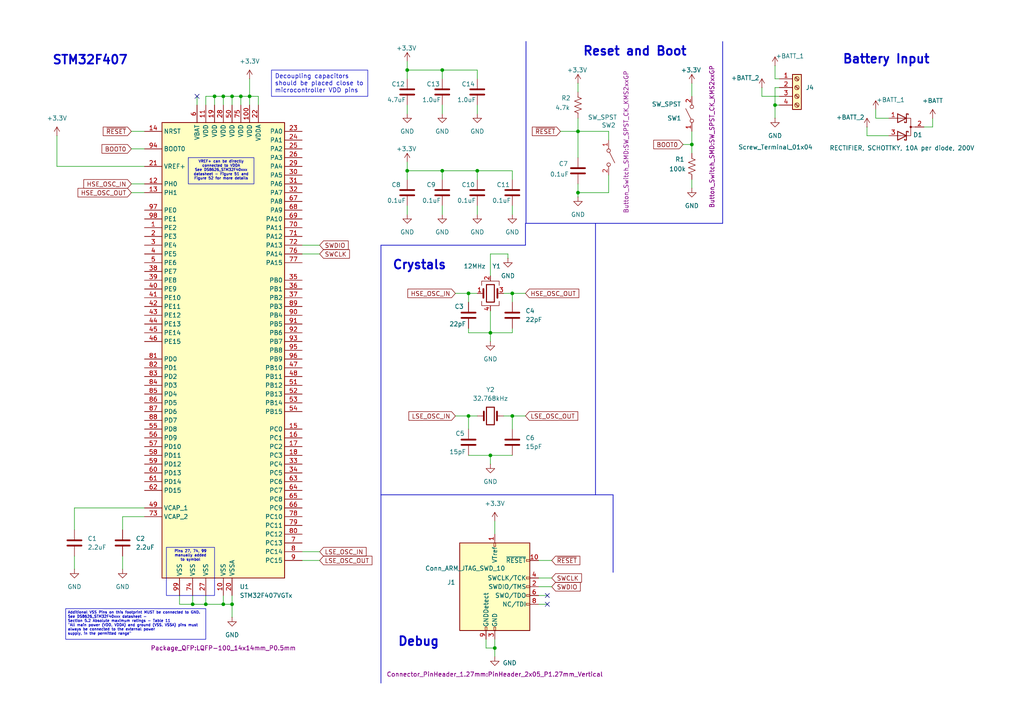
<source format=kicad_sch>
(kicad_sch (version 20231120) (generator "eeschema") (generator_version "8.0")
  (paper "A4")
  (lib_symbols
    (symbol "Connector:Conn_ARM_JTAG_SWD_10" (pin_names (offset 1.016))
      (property "Reference" "J" (at -2.54 16.51 0))
      (property "Value" "Conn_ARM_JTAG_SWD_10" (at -2.54 13.97 0))
      (symbol "Conn_ARM_JTAG_SWD_10_0_1"
        (rectangle (start -10.16 12.7) (end 10.16 -12.7) (stroke (width 0.254)) (fill (type background)))
        (rectangle (start -2.794 -12.7) (end -2.286 -11.684))
        (rectangle (start -0.254 -12.7) (end 0.254 -11.684))
        (rectangle (start -0.254 12.7) (end 0.254 11.684))
        (rectangle (start 9.144 2.286) (end 10.16 2.794))
        (rectangle (start 10.16 -2.794) (end 9.144 -2.286))
        (rectangle (start 10.16 -0.254) (end 9.144 0.254))
        (rectangle (start 10.16 7.874) (end 9.144 7.366))
      )
      (symbol "Conn_ARM_JTAG_SWD_10_1_1"
        (rectangle (start 9.144 -5.334) (end 10.16 -4.826))
        (pin power_in line (at 0 15.24 270) (length 2.54) (name "VTref") (number "1"))
        (pin open_collector line (at 12.7 7.62 180) (length 2.54) (name "~{RESET}") (number "10"))
        (pin bidirectional line (at 12.7 0 180) (length 2.54) (name "SWDIO/TMS") (number "2"))
        (pin power_in line (at 0 -15.24 90) (length 2.54) (name "GND") (number "3"))
        (pin output line (at 12.7 2.54 180) (length 2.54) (name "SWCLK/TCK") (number "4"))
        (pin passive line (at 0 -15.24 90) (length 2.54) hide (name "GND") (number "5"))
        (pin input line (at 12.7 -2.54 180) (length 2.54) (name "SWO/TDO") (number "6"))
        (pin no_connect line (at -10.16 0 0) (length 2.54) hide (name "KEY") (number "7"))
        (pin output line (at 12.7 -5.08 180) (length 2.54) (name "NC/TDI") (number "8"))
        (pin passive line (at -2.54 -15.24 90) (length 2.54) (name "GNDDetect") (number "9"))
      )
    )
    (symbol "Connector:Screw_Terminal_01x04" (pin_names (offset 1.016) hide)
      (property "Reference" "J" (at 0 5.08 0))
      (property "Value" "Screw_Terminal_01x04" (at 0 -7.62 0))
      (symbol "Screw_Terminal_01x04_1_1"
        (rectangle (start -1.27 3.81) (end 1.27 -6.35) (stroke (width 0.254)) (fill (type background)))
        (circle (center 0 -5.08) (radius 0.635) (stroke (width 0.1524)))
        (circle (center 0 -2.54) (radius 0.635) (stroke (width 0.1524)))
        (polyline (pts (xy -0.5334 -4.7498) (xy 0.3302 -5.588)) (stroke (width 0.1524)))
        (polyline (pts (xy -0.5334 -2.2098) (xy 0.3302 -3.048)) (stroke (width 0.1524)))
        (polyline (pts (xy -0.5334 0.3302) (xy 0.3302 -0.508)) (stroke (width 0.1524)))
        (polyline (pts (xy -0.5334 2.8702) (xy 0.3302 2.032)) (stroke (width 0.1524)))
        (polyline (pts (xy -0.3556 -4.572) (xy 0.508 -5.4102)) (stroke (width 0.1524)))
        (polyline (pts (xy -0.3556 -2.032) (xy 0.508 -2.8702)) (stroke (width 0.1524)))
        (polyline (pts (xy -0.3556 0.508) (xy 0.508 -0.3302)) (stroke (width 0.1524)))
        (polyline (pts (xy -0.3556 3.048) (xy 0.508 2.2098)) (stroke (width 0.1524)))
        (circle (center 0 0) (radius 0.635) (stroke (width 0.1524)))
        (circle (center 0 2.54) (radius 0.635) (stroke (width 0.1524)))
        (pin passive line (at -5.08 2.54 0) (length 3.81) (name "Pin_1") (number "1"))
        (pin passive line (at -5.08 0 0) (length 3.81) (name "Pin_2") (number "2"))
        (pin passive line (at -5.08 -2.54 0) (length 3.81) (name "Pin_3") (number "3"))
        (pin passive line (at -5.08 -5.08 0) (length 3.81) (name "Pin_4") (number "4"))
      )
    )
    (symbol "Device:C" (pin_numbers hide) (pin_names (offset 0.254))
      (property "Reference" "C" (at 0.635 2.54 0))
      (property "Value" "C" (at 0.635 -2.54 0))
      (symbol "C_0_1"
        (polyline (pts (xy -2.032 -0.762) (xy 2.032 -0.762)) (stroke (width 0.508)))
        (polyline (pts (xy -2.032 0.762) (xy 2.032 0.762)) (stroke (width 0.508)))
      )
      (symbol "C_1_1"
        (pin passive line (at 0 3.81 270) (length 2.794) (name "~") (number "1"))
        (pin passive line (at 0 -3.81 90) (length 2.794) (name "~") (number "2"))
      )
    )
    (symbol "Device:Crystal" (pin_numbers hide) (pin_names (offset 1.016) hide)
      (property "Reference" "Y" (at 0 3.81 0))
      (property "Value" "Crystal" (at 0 -3.81 0))
      (symbol "Crystal_0_1"
        (rectangle (start -1.143 2.54) (end 1.143 -2.54) (stroke (width 0.3048)))
        (polyline (pts (xy -2.54 0) (xy -1.905 0)))
        (polyline (pts (xy -1.905 -1.27) (xy -1.905 1.27)) (stroke (width 0.508)))
        (polyline (pts (xy 1.905 -1.27) (xy 1.905 1.27)) (stroke (width 0.508)))
        (polyline (pts (xy 2.54 0) (xy 1.905 0)))
      )
      (symbol "Crystal_1_1"
        (pin passive line (at -3.81 0 0) (length 1.27) (name "1") (number "1"))
        (pin passive line (at 3.81 0 180) (length 1.27) (name "2") (number "2"))
      )
    )
    (symbol "Device:Crystal_GND24" (pin_names (offset 1.016) hide)
      (property "Reference" "Y" (at 3.175 5.08 0))
      (property "Value" "Crystal_GND24" (at 3.175 3.175 0))
      (symbol "Crystal_GND24_0_1"
        (rectangle (start -1.143 2.54) (end 1.143 -2.54) (stroke (width 0.3048)))
        (polyline (pts (xy -2.54 0) (xy -2.032 0)))
        (polyline (pts (xy -2.032 -1.27) (xy -2.032 1.27)) (stroke (width 0.508)))
        (polyline (pts (xy 0 -3.81) (xy 0 -3.556)))
        (polyline (pts (xy 0 3.556) (xy 0 3.81)))
        (polyline (pts (xy 2.032 -1.27) (xy 2.032 1.27)) (stroke (width 0.508)))
        (polyline (pts (xy 2.032 0) (xy 2.54 0)))
        (polyline (pts (xy -2.54 -2.286) (xy -2.54 -3.556) (xy 2.54 -3.556) (xy 2.54 -2.286)))
        (polyline (pts (xy -2.54 2.286) (xy -2.54 3.556) (xy 2.54 3.556) (xy 2.54 2.286)))
      )
      (symbol "Crystal_GND24_1_1"
        (pin passive line (at -3.81 0 0) (length 1.27) (name "1") (number "1"))
        (pin passive line (at 0 5.08 270) (length 1.27) (name "2") (number "2"))
        (pin passive line (at 3.81 0 180) (length 1.27) (name "3") (number "3"))
        (pin passive line (at 0 -5.08 90) (length 1.27) (name "4") (number "4"))
      )
    )
    (symbol "Device:D_Schottky_Dual_CommonCathode_AKA_Parallel" (pin_names (offset 0.762) hide)
      (property "Reference" "D" (at 0 5.08 0))
      (property "Value" "D_Schottky_Dual_CommonCathode_AKA_Parallel" (at 0 -5.08 0))
      (symbol "D_Schottky_Dual_CommonCathode_AKA_Parallel_0_1"
        (polyline (pts (xy 1.27 0) (xy 2.54 0)))
        (polyline (pts (xy -2.54 -2.54) (xy 1.27 -2.54) (xy 1.27 2.54) (xy -2.54 2.54)))
        (polyline (pts (xy -2.54 -1.27) (xy 0 -2.54) (xy -2.54 -3.81) (xy -2.54 -1.27) (xy -2.54 -1.27) (xy -2.54 -1.27)) (stroke (width 0.254)))
        (polyline (pts (xy -2.54 3.81) (xy 0 2.54) (xy -2.54 1.27) (xy -2.54 3.81) (xy -2.54 3.81) (xy -2.54 3.81)) (stroke (width 0.254)))
        (polyline (pts (xy 0.508 -1.524) (xy 0.508 -1.27) (xy 0 -1.27) (xy 0 -3.81) (xy -0.508 -3.81) (xy -0.508 -3.556)) (stroke (width 0.254)))
        (polyline (pts (xy 0.508 3.556) (xy 0.508 3.81) (xy 0 3.81) (xy 0 1.27) (xy -0.508 1.27) (xy -0.508 1.524)) (stroke (width 0.254)))
        (circle (center 1.27 0) (radius 0.254) (fill (type outline)))
        (pin passive line (at -5.08 2.54 0) (length 2.54) (name "A") (number "1"))
        (pin passive line (at 5.08 0 180) (length 2.54) (name "K") (number "2"))
        (pin passive line (at -5.08 -2.54 0) (length 2.54) (name "A") (number "3"))
      )
    )
    (symbol "Device:R_US" (pin_numbers hide) (pin_names (offset 0))
      (property "Reference" "R" (at 2.54 0 90))
      (property "Value" "R_US" (at -2.54 0 90))
      (symbol "R_US_0_1"
        (polyline (pts (xy 0 -2.286) (xy 0 -2.54)))
        (polyline (pts (xy 0 2.286) (xy 0 2.54)))
        (polyline (pts (xy 0 -0.762) (xy 1.016 -1.143) (xy 0 -1.524) (xy -1.016 -1.905) (xy 0 -2.286)))
        (polyline (pts (xy 0 0.762) (xy 1.016 0.381) (xy 0 0) (xy -1.016 -0.381) (xy 0 -0.762)))
        (polyline (pts (xy 0 2.286) (xy 1.016 1.905) (xy 0 1.524) (xy -1.016 1.143) (xy 0 0.762)))
      )
      (symbol "R_US_1_1"
        (pin passive line (at 0 3.81 270) (length 1.27) (name "~") (number "1"))
        (pin passive line (at 0 -3.81 90) (length 1.27) (name "~") (number "2"))
      )
    )
    (symbol "MCU_ST_STM32F4:STM32F407VGTx"
      (property "Reference" "U1" (at 4.7341 -68.58 0))
      (property "Value" "STM32F407VGTx" (at 4.7341 -71.12 0))
      (property "Footprint" "Package_QFP:LQFP-100_14x14mm_P0.5mm" (at 0 -86.36 0))
      (symbol "STM32F407VGTx_0_1"
        (rectangle (start -17.78 66.04) (end 17.78 -66.04) (stroke (width 0.254)) (fill (type background)))
      )
      (symbol "STM32F407VGTx_1_1"
        (pin bidirectional line (at -22.86 35.56 0) (length 5.08) (name "PE2") (number "1"))
        (pin power_in line (at 0 -71.12 90) (length 5.08) (name "VSS") (number "10"))
        (pin power_in line (at 7.62 71.12 270) (length 5.08) (name "VDD") (number "100"))
        (pin power_in line (at -5.08 71.12 270) (length 5.08) (name "VDD") (number "11"))
        (pin bidirectional line (at -22.86 48.26 0) (length 5.08) (name "PH0") (number "12"))
        (pin bidirectional line (at -22.86 45.72 0) (length 5.08) (name "PH1") (number "13"))
        (pin input line (at -22.86 63.5 0) (length 5.08) (name "NRST") (number "14"))
        (pin bidirectional line (at 22.86 -22.86 180) (length 5.08) (name "PC0") (number "15"))
        (pin bidirectional line (at 22.86 -25.4 180) (length 5.08) (name "PC1") (number "16"))
        (pin bidirectional line (at 22.86 -27.94 180) (length 5.08) (name "PC2") (number "17"))
        (pin bidirectional line (at 22.86 -30.48 180) (length 5.08) (name "PC3") (number "18"))
        (pin power_in line (at -2.54 71.12 270) (length 5.08) (name "VDD") (number "19"))
        (pin bidirectional line (at -22.86 33.02 0) (length 5.08) (name "PE3") (number "2"))
        (pin power_in line (at 2.54 -71.12 90) (length 5.08) (name "VSSA") (number "20"))
        (pin input line (at -22.86 53.34 0) (length 5.08) (name "VREF+") (number "21"))
        (pin power_in line (at 10.16 71.12 270) (length 5.08) (name "VDDA") (number "22"))
        (pin bidirectional line (at 22.86 63.5 180) (length 5.08) (name "PA0") (number "23"))
        (pin bidirectional line (at 22.86 60.96 180) (length 5.08) (name "PA1") (number "24"))
        (pin bidirectional line (at 22.86 58.42 180) (length 5.08) (name "PA2") (number "25"))
        (pin bidirectional line (at 22.86 55.88 180) (length 5.08) (name "PA3") (number "26"))
        (pin power_in line (at -5.08 -71.12 90) (length 5.08) (name "VSS") (number "27"))
        (pin power_in line (at 0 71.12 270) (length 5.08) (name "VDD") (number "28"))
        (pin bidirectional line (at 22.86 53.34 180) (length 5.08) (name "PA4") (number "29"))
        (pin bidirectional line (at -22.86 30.48 0) (length 5.08) (name "PE4") (number "3"))
        (pin bidirectional line (at 22.86 50.8 180) (length 5.08) (name "PA5") (number "30"))
        (pin bidirectional line (at 22.86 48.26 180) (length 5.08) (name "PA6") (number "31"))
        (pin bidirectional line (at 22.86 45.72 180) (length 5.08) (name "PA7") (number "32"))
        (pin bidirectional line (at 22.86 -33.02 180) (length 5.08) (name "PC4") (number "33"))
        (pin bidirectional line (at 22.86 -35.56 180) (length 5.08) (name "PC5") (number "34"))
        (pin bidirectional line (at 22.86 20.32 180) (length 5.08) (name "PB0") (number "35"))
        (pin bidirectional line (at 22.86 17.78 180) (length 5.08) (name "PB1") (number "36"))
        (pin bidirectional line (at 22.86 15.24 180) (length 5.08) (name "PB2") (number "37"))
        (pin bidirectional line (at -22.86 22.86 0) (length 5.08) (name "PE7") (number "38"))
        (pin bidirectional line (at -22.86 20.32 0) (length 5.08) (name "PE8") (number "39"))
        (pin bidirectional line (at -22.86 27.94 0) (length 5.08) (name "PE5") (number "4"))
        (pin bidirectional line (at -22.86 17.78 0) (length 5.08) (name "PE9") (number "40"))
        (pin bidirectional line (at -22.86 15.24 0) (length 5.08) (name "PE10") (number "41"))
        (pin bidirectional line (at -22.86 12.7 0) (length 5.08) (name "PE11") (number "42"))
        (pin bidirectional line (at -22.86 10.16 0) (length 5.08) (name "PE12") (number "43"))
        (pin bidirectional line (at -22.86 7.62 0) (length 5.08) (name "PE13") (number "44"))
        (pin bidirectional line (at -22.86 5.08 0) (length 5.08) (name "PE14") (number "45"))
        (pin bidirectional line (at -22.86 2.54 0) (length 5.08) (name "PE15") (number "46"))
        (pin bidirectional line (at 22.86 -5.08 180) (length 5.08) (name "PB10") (number "47"))
        (pin bidirectional line (at 22.86 -7.62 180) (length 5.08) (name "PB11") (number "48"))
        (pin power_out line (at -22.86 -45.72 0) (length 5.08) (name "VCAP_1") (number "49"))
        (pin bidirectional line (at -22.86 25.4 0) (length 5.08) (name "PE6") (number "5"))
        (pin power_in line (at 2.54 71.12 270) (length 5.08) (name "VDD") (number "50"))
        (pin bidirectional line (at 22.86 -10.16 180) (length 5.08) (name "PB12") (number "51"))
        (pin bidirectional line (at 22.86 -12.7 180) (length 5.08) (name "PB13") (number "52"))
        (pin bidirectional line (at 22.86 -15.24 180) (length 5.08) (name "PB14") (number "53"))
        (pin bidirectional line (at 22.86 -17.78 180) (length 5.08) (name "PB15") (number "54"))
        (pin bidirectional line (at -22.86 -22.86 0) (length 5.08) (name "PD8") (number "55"))
        (pin bidirectional line (at -22.86 -25.4 0) (length 5.08) (name "PD9") (number "56"))
        (pin bidirectional line (at -22.86 -27.94 0) (length 5.08) (name "PD10") (number "57"))
        (pin bidirectional line (at -22.86 -30.48 0) (length 5.08) (name "PD11") (number "58"))
        (pin bidirectional line (at -22.86 -33.02 0) (length 5.08) (name "PD12") (number "59"))
        (pin power_in line (at -7.62 71.12 270) (length 5.08) (name "VBAT") (number "6"))
        (pin bidirectional line (at -22.86 -35.56 0) (length 5.08) (name "PD13") (number "60"))
        (pin bidirectional line (at -22.86 -38.1 0) (length 5.08) (name "PD14") (number "61"))
        (pin bidirectional line (at -22.86 -40.64 0) (length 5.08) (name "PD15") (number "62"))
        (pin bidirectional line (at 22.86 -38.1 180) (length 5.08) (name "PC6") (number "63"))
        (pin bidirectional line (at 22.86 -40.64 180) (length 5.08) (name "PC7") (number "64"))
        (pin bidirectional line (at 22.86 -43.18 180) (length 5.08) (name "PC8") (number "65"))
        (pin bidirectional line (at 22.86 -45.72 180) (length 5.08) (name "PC9") (number "66"))
        (pin bidirectional line (at 22.86 43.18 180) (length 5.08) (name "PA8") (number "67"))
        (pin bidirectional line (at 22.86 40.64 180) (length 5.08) (name "PA9") (number "68"))
        (pin bidirectional line (at 22.86 38.1 180) (length 5.08) (name "PA10") (number "69"))
        (pin bidirectional line (at 22.86 -55.88 180) (length 5.08) (name "PC13") (number "7"))
        (pin bidirectional line (at 22.86 35.56 180) (length 5.08) (name "PA11") (number "70"))
        (pin bidirectional line (at 22.86 33.02 180) (length 5.08) (name "PA12") (number "71"))
        (pin bidirectional line (at 22.86 30.48 180) (length 5.08) (name "PA13") (number "72"))
        (pin power_out line (at -22.86 -48.26 0) (length 5.08) (name "VCAP_2") (number "73"))
        (pin power_in line (at -8.89 -71.12 90) (length 5.08) (name "VSS") (number "74"))
        (pin power_in line (at 5.08 71.12 270) (length 5.08) (name "VDD") (number "75"))
        (pin bidirectional line (at 22.86 27.94 180) (length 5.08) (name "PA14") (number "76"))
        (pin bidirectional line (at 22.86 25.4 180) (length 5.08) (name "PA15") (number "77"))
        (pin bidirectional line (at 22.86 -48.26 180) (length 5.08) (name "PC10") (number "78"))
        (pin bidirectional line (at 22.86 -50.8 180) (length 5.08) (name "PC11") (number "79"))
        (pin bidirectional line (at 22.86 -58.42 180) (length 5.08) (name "PC14") (number "8"))
        (pin bidirectional line (at 22.86 -53.34 180) (length 5.08) (name "PC12") (number "80"))
        (pin bidirectional line (at -22.86 -2.54 0) (length 5.08) (name "PD0") (number "81"))
        (pin bidirectional line (at -22.86 -5.08 0) (length 5.08) (name "PD1") (number "82"))
        (pin bidirectional line (at -22.86 -7.62 0) (length 5.08) (name "PD2") (number "83"))
        (pin bidirectional line (at -22.86 -10.16 0) (length 5.08) (name "PD3") (number "84"))
        (pin bidirectional line (at -22.86 -12.7 0) (length 5.08) (name "PD4") (number "85"))
        (pin bidirectional line (at -22.86 -15.24 0) (length 5.08) (name "PD5") (number "86"))
        (pin bidirectional line (at -22.86 -17.78 0) (length 5.08) (name "PD6") (number "87"))
        (pin bidirectional line (at -22.86 -20.32 0) (length 5.08) (name "PD7") (number "88"))
        (pin bidirectional line (at 22.86 12.7 180) (length 5.08) (name "PB3") (number "89"))
        (pin bidirectional line (at 22.86 -60.96 180) (length 5.08) (name "PC15") (number "9"))
        (pin bidirectional line (at 22.86 10.16 180) (length 5.08) (name "PB4") (number "90"))
        (pin bidirectional line (at 22.86 7.62 180) (length 5.08) (name "PB5") (number "91"))
        (pin bidirectional line (at 22.86 5.08 180) (length 5.08) (name "PB6") (number "92"))
        (pin bidirectional line (at 22.86 2.54 180) (length 5.08) (name "PB7") (number "93"))
        (pin input line (at -22.86 58.42 0) (length 5.08) (name "BOOT0") (number "94"))
        (pin bidirectional line (at 22.86 0 180) (length 5.08) (name "PB8") (number "95"))
        (pin bidirectional line (at 22.86 -2.54 180) (length 5.08) (name "PB9") (number "96"))
        (pin bidirectional line (at -22.86 40.64 0) (length 5.08) (name "PE0") (number "97"))
        (pin bidirectional line (at -22.86 38.1 0) (length 5.08) (name "PE1") (number "98"))
        (pin power_in line (at -12.7 -71.12 90) (length 5.08) (name "VSS") (number "99"))
      )
    )
    (symbol "Switch:SW_SPST" (pin_names (offset 0) hide)
      (property "Reference" "SW" (at 0 3.175 0))
      (property "Value" "SW_SPST" (at 0 -2.54 0))
      (symbol "SW_SPST_0_0"
        (circle (center -2.032 0) (radius 0.508))
        (polyline (pts (xy -1.524 0.254) (xy 1.524 1.778)))
        (circle (center 2.032 0) (radius 0.508))
      )
      (symbol "SW_SPST_1_1"
        (pin passive line (at -5.08 0 0) (length 2.54) (name "A") (number "1"))
        (pin passive line (at 5.08 0 180) (length 2.54) (name "B") (number "2"))
      )
    )
    (symbol "power:+3.3V" (power) (pin_numbers hide) (pin_names (offset 0) hide)
      (property "Value" "+3.3V" (at 0 3.556 0))
      (symbol "+3.3V_0_1"
        (polyline (pts (xy -0.762 1.27) (xy 0 2.54)))
        (polyline (pts (xy 0 0) (xy 0 2.54)))
        (polyline (pts (xy 0 2.54) (xy 0.762 1.27)))
      )
      (symbol "+3.3V_1_1"
        (pin power_in line (at 0 0 90) (length 0) (name "~") (number "1"))
      )
    )
    (symbol "power:+BATT" (power) (pin_numbers hide) (pin_names (offset 0) hide)
      (property "Value" "+BATT" (at 0 3.556 0))
      (symbol "+BATT_0_1"
        (polyline (pts (xy -0.762 1.27) (xy 0 2.54)))
        (polyline (pts (xy 0 0) (xy 0 2.54)))
        (polyline (pts (xy 0 2.54) (xy 0.762 1.27)))
      )
      (symbol "+BATT_1_1"
        (pin power_in line (at 0 0 90) (length 0) (name "~") (number "1"))
      )
    )
    (symbol "power:GND" (power) (pin_numbers hide) (pin_names (offset 0) hide)
      (property "Value" "GND" (at 0 -3.81 0))
      (symbol "GND_0_1"
        (polyline (pts (xy 0 0) (xy 0 -1.27) (xy 1.27 -1.27) (xy 0 -2.54) (xy -1.27 -1.27) (xy 0 -1.27)))
      )
      (symbol "GND_1_1"
        (pin power_in line (at 0 0 270) (length 0) (name "~") (number "1"))
      )
    )
  )
  (junction (at 167.64 55.88))
  (junction (at 55.88 175.26))
  (junction (at 72.39 27.94))
  (junction (at 64.77 175.26))
  (junction (at 69.85 27.94))
  (junction (at 135.89 120.65))
  (junction (at 167.64 38.1))
  (junction (at 128.27 20.32))
  (junction (at 143.51 187.96))
  (junction (at 118.11 20.32))
  (junction (at 67.31 27.94))
  (junction (at 64.77 27.94))
  (junction (at 142.24 132.08))
  (junction (at 148.59 85.09))
  (junction (at 200.66 41.91))
  (junction (at 118.11 49.53))
  (junction (at 148.59 120.65))
  (junction (at 138.43 49.53))
  (junction (at 67.31 175.26))
  (junction (at 135.89 85.09))
  (junction (at 224.79 30.48))
  (junction (at 128.27 49.53))
  (junction (at 142.24 96.52))
  (junction (at 59.69 175.26))
  (junction (at 62.23 27.94))
  (no_connect (at 158.75 172.72))
  (no_connect (at 57.15 27.94))
  (no_connect (at 158.75 175.26))
  (wire (pts (xy 128.27 49.53) (xy 138.43 49.53)))
  (wire (pts (xy 72.39 22.86) (xy 72.39 27.94)))
  (wire (pts (xy 156.21 172.72) (xy 158.75 172.72)))
  (wire (pts (xy 220.98 27.94) (xy 220.98 25.4)))
  (wire (pts (xy 35.56 161.29) (xy 35.56 165.1)))
  (wire (pts (xy 138.43 30.48) (xy 138.43 33.02)))
  (wire (pts (xy 176.53 38.1) (xy 176.53 40.64)))
  (wire (pts (xy 167.64 55.88) (xy 176.53 55.88)))
  (wire (pts (xy 140.97 187.96) (xy 143.51 187.96)))
  (wire (pts (xy 142.24 90.17) (xy 142.24 96.52)))
  (wire (pts (xy 135.89 85.09) (xy 138.43 85.09)))
  (wire (pts (xy 128.27 20.32) (xy 118.11 20.32)))
  (polyline (pts (xy 177.829 143.51) (xy 110.49 143.51)) (stroke (width 0.2032)))
  (wire (pts (xy 226.06 27.94) (xy 220.98 27.94)))
  (wire (pts (xy 138.43 52.07) (xy 138.43 49.53)))
  (wire (pts (xy 143.51 187.96) (xy 143.51 190.5)))
  (wire (pts (xy 176.53 50.8) (xy 176.53 55.88)))
  (wire (pts (xy 128.27 20.32) (xy 138.43 20.32)))
  (wire (pts (xy 224.79 30.48) (xy 226.06 30.48)))
  (wire (pts (xy 140.97 185.42) (xy 140.97 187.96)))
  (wire (pts (xy 135.89 85.09) (xy 135.89 87.63)))
  (polyline (pts (xy 177.829 166.0021) (xy 177.829 143.51)) (stroke (width 0.2032)))
  (wire (pts (xy 118.11 46.99) (xy 118.11 49.53)))
  (wire (pts (xy 64.77 172.72) (xy 64.77 175.26)))
  (polyline (pts (xy 172.72 64.77) (xy 172.72 143.51)) (stroke (width 0.2032)))
  (wire (pts (xy 72.39 27.94) (xy 72.39 30.48)))
  (wire (pts (xy 270.51 36.83) (xy 270.51 34.29)))
  (wire (pts (xy 156.21 175.26) (xy 158.75 175.26)))
  (wire (pts (xy 52.07 172.72) (xy 52.07 175.26)))
  (polyline (pts (xy 209.608 64.77) (xy 209.608 12.0543)) (stroke (width 0.2032)))
  (wire (pts (xy 118.11 59.69) (xy 118.11 62.23)))
  (polyline (pts (xy 110.49 71.12) (xy 152.4 71.12)) (stroke (width 0.2032)))
  (wire (pts (xy 156.21 167.64) (xy 160.02 167.64)))
  (wire (pts (xy 135.89 96.52) (xy 142.24 96.52)))
  (wire (pts (xy 72.39 27.94) (xy 74.93 27.94)))
  (wire (pts (xy 142.24 73.66) (xy 142.24 80.01)))
  (wire (pts (xy 132.08 120.65) (xy 135.89 120.65)))
  (wire (pts (xy 226.06 22.86) (xy 224.79 22.86)))
  (wire (pts (xy 200.66 52.07) (xy 200.66 54.61)))
  (wire (pts (xy 156.21 162.56) (xy 160.02 162.56)))
  (wire (pts (xy 67.31 27.94) (xy 69.85 27.94)))
  (wire (pts (xy 64.77 27.94) (xy 67.31 27.94)))
  (wire (pts (xy 87.63 160.02) (xy 92.71 160.02)))
  (wire (pts (xy 132.08 85.09) (xy 135.89 85.09)))
  (wire (pts (xy 52.07 175.26) (xy 55.88 175.26)))
  (wire (pts (xy 148.59 85.09) (xy 152.4 85.09)))
  (wire (pts (xy 38.1 55.88) (xy 41.91 55.88)))
  (wire (pts (xy 55.88 172.72) (xy 55.88 175.26)))
  (wire (pts (xy 224.79 25.4) (xy 224.79 30.48)))
  (wire (pts (xy 254 34.29) (xy 254 31.75)))
  (wire (pts (xy 59.69 175.26) (xy 64.77 175.26)))
  (wire (pts (xy 67.31 172.72) (xy 67.31 175.26)))
  (wire (pts (xy 87.63 71.12) (xy 92.71 71.12)))
  (wire (pts (xy 38.1 38.1) (xy 41.91 38.1)))
  (polyline (pts (xy 152.5633 12.0214) (xy 152.5633 64.77)) (stroke (width 0.2032)))
  (wire (pts (xy 156.21 170.18) (xy 160.02 170.18)))
  (wire (pts (xy 224.79 30.48) (xy 224.79 34.29)))
  (wire (pts (xy 87.63 162.56) (xy 92.71 162.56)))
  (wire (pts (xy 146.05 120.65) (xy 148.59 120.65)))
  (wire (pts (xy 146.05 85.09) (xy 148.59 85.09)))
  (wire (pts (xy 21.59 161.29) (xy 21.59 165.1)))
  (wire (pts (xy 251.46 39.37) (xy 251.46 36.83)))
  (wire (pts (xy 118.11 20.32) (xy 118.11 22.86)))
  (wire (pts (xy 87.63 73.66) (xy 92.71 73.66)))
  (wire (pts (xy 55.88 175.26) (xy 59.69 175.26)))
  (wire (pts (xy 267.97 36.83) (xy 270.51 36.83)))
  (wire (pts (xy 118.11 17.78) (xy 118.11 20.32)))
  (wire (pts (xy 57.15 27.94) (xy 57.15 30.48)))
  (wire (pts (xy 128.27 59.69) (xy 128.27 62.23)))
  (wire (pts (xy 147.32 73.66) (xy 147.32 74.93)))
  (wire (pts (xy 148.59 120.65) (xy 152.4 120.65)))
  (polyline (pts (xy 152.4 64.77) (xy 152.4 71.12)) (stroke (width 0.2032)))
  (wire (pts (xy 167.64 24.13) (xy 167.64 26.67)))
  (wire (pts (xy 128.27 20.32) (xy 128.27 22.86)))
  (wire (pts (xy 135.89 132.08) (xy 142.24 132.08)))
  (wire (pts (xy 148.59 120.65) (xy 148.59 124.46)))
  (wire (pts (xy 38.1 43.18) (xy 41.91 43.18)))
  (wire (pts (xy 257.81 39.37) (xy 251.46 39.37)))
  (polyline (pts (xy 110.49 143.51) (xy 110.49 71.12)) (stroke (width 0.2032)))
  (wire (pts (xy 200.66 24.13) (xy 200.66 27.94)))
  (wire (pts (xy 59.69 27.94) (xy 62.23 27.94)))
  (wire (pts (xy 142.24 96.52) (xy 142.24 99.06)))
  (wire (pts (xy 226.06 25.4) (xy 224.79 25.4)))
  (wire (pts (xy 62.23 27.94) (xy 64.77 27.94)))
  (polyline (pts (xy 110.49 143.51) (xy 110.49 198.12)) (stroke (width 0.2032)))
  (wire (pts (xy 142.24 132.08) (xy 142.24 134.62)))
  (wire (pts (xy 38.1 53.34) (xy 41.91 53.34)))
  (wire (pts (xy 167.64 34.29) (xy 167.64 38.1)))
  (wire (pts (xy 16.51 48.26) (xy 41.91 48.26)))
  (wire (pts (xy 148.59 85.09) (xy 148.59 87.63)))
  (wire (pts (xy 128.27 30.48) (xy 128.27 33.02)))
  (wire (pts (xy 21.59 147.32) (xy 41.91 147.32)))
  (wire (pts (xy 167.64 38.1) (xy 167.64 45.72)))
  (wire (pts (xy 224.79 22.86) (xy 224.79 19.05)))
  (wire (pts (xy 148.59 52.07) (xy 148.59 49.53)))
  (wire (pts (xy 64.77 175.26) (xy 67.31 175.26)))
  (wire (pts (xy 16.51 39.37) (xy 16.51 48.26)))
  (wire (pts (xy 167.64 53.34) (xy 167.64 55.88)))
  (wire (pts (xy 143.51 185.42) (xy 143.51 187.96)))
  (wire (pts (xy 167.64 55.88) (xy 167.64 57.15)))
  (wire (pts (xy 162.56 38.1) (xy 167.64 38.1)))
  (wire (pts (xy 128.27 49.53) (xy 128.27 52.07)))
  (wire (pts (xy 135.89 120.65) (xy 135.89 124.46)))
  (wire (pts (xy 128.27 49.53) (xy 118.11 49.53)))
  (wire (pts (xy 35.56 149.86) (xy 35.56 153.67)))
  (wire (pts (xy 257.81 34.29) (xy 254 34.29)))
  (wire (pts (xy 138.43 59.69) (xy 138.43 62.23)))
  (wire (pts (xy 135.89 95.25) (xy 135.89 96.52)))
  (wire (pts (xy 59.69 27.94) (xy 59.69 30.48)))
  (wire (pts (xy 74.93 27.94) (xy 74.93 30.48)))
  (wire (pts (xy 198.12 41.91) (xy 200.66 41.91)))
  (wire (pts (xy 148.59 59.69) (xy 148.59 62.23)))
  (wire (pts (xy 64.77 27.94) (xy 64.77 30.48)))
  (wire (pts (xy 200.66 38.1) (xy 200.66 41.91)))
  (wire (pts (xy 69.85 27.94) (xy 69.85 30.48)))
  (wire (pts (xy 35.56 149.86) (xy 41.91 149.86)))
  (wire (pts (xy 200.66 41.91) (xy 200.66 44.45)))
  (wire (pts (xy 143.51 151.13) (xy 143.51 154.94)))
  (wire (pts (xy 148.59 95.25) (xy 148.59 96.52)))
  (wire (pts (xy 21.59 147.32) (xy 21.59 153.67)))
  (wire (pts (xy 118.11 49.53) (xy 118.11 52.07)))
  (wire (pts (xy 118.11 30.48) (xy 118.11 33.02)))
  (wire (pts (xy 135.89 120.65) (xy 138.43 120.65)))
  (wire (pts (xy 59.69 172.72) (xy 59.69 175.26)))
  (wire (pts (xy 138.43 22.86) (xy 138.43 20.32)))
  (wire (pts (xy 69.85 27.94) (xy 72.39 27.94)))
  (wire (pts (xy 62.23 27.94) (xy 62.23 30.48)))
  (wire (pts (xy 67.31 27.94) (xy 67.31 30.48)))
  (polyline (pts (xy 152.5633 64.77) (xy 209.608 64.77)) (stroke (width 0.2032)))
  (wire (pts (xy 142.24 132.08) (xy 148.59 132.08)))
  (wire (pts (xy 67.31 175.26) (xy 67.31 179.07)))
  (wire (pts (xy 142.24 73.66) (xy 147.32 73.66)))
  (wire (pts (xy 142.24 96.52) (xy 148.59 96.52)))
  (wire (pts (xy 167.64 38.1) (xy 176.53 38.1)))
  (wire (pts (xy 138.43 49.53) (xy 148.59 49.53)))
  (text_box "VREF+ can be directly \nconnected to VDDA\nSee DS8626_STM32F40xxx \ndatasheet - Figure 51 and \nFigure 52 for more details" (at 54.61 45.72 0) (size 19.05 7.62) (effects (font (size 0.762 0.762)) (justify top)))
  (text_box "Additional VSS Pins on this footprint MUST be connected to GND.\nSee DS8626_STM32F40xxx datasheet - \nSection 5.2 Absolute maximum ratings - Table 11\n\"All main power (VDD, VDDA) and ground (VSS, VSSA) pins must \nalways be connected to the external power\nsupply, in the permitted range\"" (at 19.05 176.53 0) (size 40.64 8.89) (effects (font (size 0.762 0.762)) (justify left top)))
  (text_box "Pins 27, 74, 99 \nmanually added \nto symbol" (at 48.26 158.75 0) (size 13.97 13.97) (effects (font (size 0.762 0.762)) (justify top)))
  (text_box "Decoupling capacitors should be placed close to microcontroller VDD pins" (at 78.74 20.32 0) (size 27.94 7.62) (effects (font (size 1.27 1.27)) (justify left top)))
  (text "STM32F407" (at 26.162 17.526 0) (effects (font (size 2.54 2.54) (thickness 0.508) (bold yes))))
  (text "Debug" (at 121.412 186.182 0) (effects (font (size 2.54 2.54) (thickness 0.508) (bold yes))))
  (text "Reset and Boot" (at 184.15 14.986 0) (effects (font (size 2.54 2.54) (thickness 0.508) (bold yes))))
  (text "Crystals" (at 121.666 76.962 0) (effects (font (size 2.54 2.54) (thickness 0.508) (bold yes))))
  (text "Battery Input" (at 257.048 17.272 0) (effects (font (size 2.54 2.54) (thickness 0.508) (bold yes))))
  (global_label "SWCLK" (shape input) (at 92.71 73.66 0) (property "Intersheetrefs" "${INTERSHEET_REFS}" (effects (hide yes))))
  (global_label "~{RESET}" (shape input) (at 38.1 38.1 180) (property "Intersheetrefs" "${INTERSHEET_REFS}" (effects (hide yes))))
  (global_label "HSE_OSC_IN" (shape input) (at 38.1 53.34 180) (property "Intersheetrefs" "${INTERSHEET_REFS}" (effects (hide yes))))
  (global_label "HSE_OSC_IN" (shape input) (at 132.08 85.09 180) (property "Intersheetrefs" "${INTERSHEET_REFS}" (effects (hide yes))))
  (global_label "BOOT0" (shape input) (at 198.12 41.91 180) (property "Intersheetrefs" "${INTERSHEET_REFS}" (effects (hide yes))))
  (global_label "SWDIO" (shape input) (at 92.71 71.12 0) (property "Intersheetrefs" "${INTERSHEET_REFS}" (effects (hide yes))))
  (global_label "HSE_OSC_OUT" (shape input) (at 38.1 55.88 180) (property "Intersheetrefs" "${INTERSHEET_REFS}" (effects (hide yes))))
  (global_label "~{RESET}" (shape input) (at 162.56 38.1 180) (property "Intersheetrefs" "${INTERSHEET_REFS}" (effects (hide yes))))
  (global_label "SWCLK" (shape input) (at 160.02 167.64 0) (property "Intersheetrefs" "${INTERSHEET_REFS}" (effects (hide yes))))
  (global_label "LSE_OSC_IN" (shape input) (at 92.71 160.02 0) (property "Intersheetrefs" "${INTERSHEET_REFS}" (effects (hide yes))))
  (global_label "BOOT0" (shape input) (at 38.1 43.18 180) (property "Intersheetrefs" "${INTERSHEET_REFS}" (effects (hide yes))))
  (global_label "LSE_OSC_IN" (shape input) (at 132.08 120.65 180) (property "Intersheetrefs" "${INTERSHEET_REFS}" (effects (hide yes))))
  (global_label "SWDIO" (shape input) (at 160.02 170.18 0) (property "Intersheetrefs" "${INTERSHEET_REFS}" (effects (hide yes))))
  (global_label "LSE_OSC_OUT" (shape input) (at 152.4 120.65 0) (property "Intersheetrefs" "${INTERSHEET_REFS}" (effects (hide yes))))
  (global_label "LSE_OSC_OUT" (shape input) (at 92.71 162.56 0) (property "Intersheetrefs" "${INTERSHEET_REFS}" (effects (hide yes))))
  (global_label "~{RESET}" (shape input) (at 160.02 162.56 0) (property "Intersheetrefs" "${INTERSHEET_REFS}" (effects (hide yes))))
  (global_label "HSE_OSC_OUT" (shape input) (at 152.4 85.09 0) (property "Intersheetrefs" "${INTERSHEET_REFS}" (effects (hide yes))))
  (symbol (lib_id "Device:C") (at 148.59 55.88 0) (unit 1)
    (property "Reference" "C11" (at 144.018 53.594 0) (effects (justify left)))
    (property "Value" "0.1uF" (at 142.748 58.166 0) (effects (justify left)))
    (property "Footprint" "Capacitor_SMD:C_0603_1608Metric" (effects (hide yes)))
    (property "Description" "Unpolarized capacitor" (effects (hide yes)))
  )
  (symbol (lib_id "Device:C") (at 138.43 55.88 0) (unit 1)
    (property "Reference" "C10" (at 133.858 53.594 0) (effects (justify left)))
    (property "Value" "0.1uF" (at 132.588 58.166 0) (effects (justify left)))
    (property "Footprint" "Capacitor_SMD:C_0603_1608Metric" (effects (hide yes)))
    (property "Description" "Unpolarized capacitor" (effects (hide yes)))
  )
  (symbol (lib_id "power:GND") (at 138.43 33.02 0) (unit 1)
    (property "Reference" "#PWR023" (effects (hide yes)))
    (property "Value" "GND" (at 138.43 38.1 0))
    (property "Description" "Power symbol creates a global label with name \"GND\" , ground" (effects (hide yes)))
  )
  (symbol (lib_id "Device:C") (at 148.59 128.27 0) (unit 1)
    (property "Reference" "C6" (at 152.4 126.9999 0) (effects (justify left)))
    (property "Value" "15pF" (at 152.4 129.5399 0) (effects (justify left)))
    (property "Footprint" "Capacitor_SMD:C_0603_1608Metric" (effects (hide yes)))
    (property "Description" "Unpolarized capacitor" (effects (hide yes)))
  )
  (symbol (lib_id "power:+3.3V") (at 118.11 46.99 0) (unit 1)
    (property "Reference" "#PWR019" (effects (hide yes)))
    (property "Value" "+3.3V" (at 117.856 43.18 0))
    (property "Description" "Power symbol creates a global label with name \"+3.3V\"" (effects (hide yes)))
  )
  (symbol (lib_id "Device:C") (at 21.59 157.48 0) (unit 1)
    (property "Reference" "C1" (at 25.4 156.2099 0) (effects (justify left)))
    (property "Value" "2.2uF" (at 25.4 158.7499 0) (effects (justify left)))
    (property "Footprint" "Capacitor_SMD:C_0603_1608Metric" (effects (hide yes)))
    (property "Description" "Unpolarized capacitor" (effects (hide yes)))
  )
  (symbol (lib_id "power:+BATT") (at 270.51 34.29 0) (unit 1)
    (property "Reference" "#PWR024" (effects (hide yes)))
    (property "Value" "+BATT" (at 270.51 29.21 0))
    (property "Description" "Power symbol creates a global label with name \"+BATT\"" (effects (hide yes)))
  )
  (symbol (lib_id "Device:C") (at 138.43 26.67 0) (unit 1)
    (property "Reference" "C14" (at 133.858 24.384 0) (effects (justify left)))
    (property "Value" "1.0uF" (at 132.588 28.956 0) (effects (justify left)))
    (property "Footprint" "Capacitor_SMD:C_0603_1608Metric" (effects (hide yes)))
    (property "Description" "Unpolarized capacitor" (effects (hide yes)))
  )
  (symbol (lib_id "Connector:Screw_Terminal_01x04") (at 231.14 25.4 0) (unit 1)
    (property "Reference" "J4" (at 233.68 25.3999 0) (effects (justify left)))
    (property "Value" "Screw_Terminal_01x04" (at 214.122 42.672 0) (effects (justify left)))
    (property "Footprint" "TerminalBlock_Phoenix:TerminalBlock_Phoenix_PT-1,5-4-5.0-H_1x04_P5.00mm_Horizontal" (effects (hide yes)))
    (property "Description" "Generic screw terminal, single row, 01x04, script generated (kicad-library-utils/schlib/autogen/connector/)" (effects (hide yes)))
  )
  (symbol (lib_id "power:GND") (at 148.59 62.23 0) (unit 1)
    (property "Reference" "#PWR018" (effects (hide yes)))
    (property "Value" "GND" (at 148.59 67.31 0))
    (property "Description" "Power symbol creates a global label with name \"GND\" , ground" (effects (hide yes)))
  )
  (symbol (lib_id "power:GND") (at 21.59 165.1 0) (unit 1)
    (property "Reference" "#PWR03" (effects (hide yes)))
    (property "Value" "GND" (at 21.59 170.18 0))
    (property "Description" "Power symbol creates a global label with name \"GND\" , ground" (effects (hide yes)))
  )
  (symbol (lib_id "Device:C") (at 135.89 91.44 0) (unit 1)
    (property "Reference" "C3" (at 131.826 88.9 0) (effects (justify left)))
    (property "Value" "22pF" (at 130.302 93.98 0) (effects (justify left)))
    (property "Footprint" "Capacitor_SMD:C_0603_1608Metric" (effects (hide yes)))
    (property "Description" "Unpolarized capacitor" (effects (hide yes)))
  )
  (symbol (lib_id "power:GND") (at 224.79 34.29 0) (unit 1)
    (property "Reference" "#PWR027" (effects (hide yes)))
    (property "Value" "GND" (at 224.79 39.37 0))
    (property "Description" "Power symbol creates a global label with name \"GND\" , ground" (effects (hide yes)))
  )
  (symbol (lib_id "power:GND") (at 128.27 33.02 0) (unit 1)
    (property "Reference" "#PWR022" (effects (hide yes)))
    (property "Value" "GND" (at 128.27 38.1 0))
    (property "Description" "Power symbol creates a global label with name \"GND\" , ground" (effects (hide yes)))
  )
  (symbol (lib_id "power:GND") (at 143.51 190.5 0) (unit 1)
    (property "Reference" "#PWR01" (effects (hide yes)))
    (property "Value" "GND" (at 147.828 192.278 0))
    (property "Description" "Power symbol creates a global label with name \"GND\" , ground" (effects (hide yes)))
  )
  (symbol (lib_id "power:+BATT") (at 254 31.75 0) (unit 1)
    (property "Reference" "#PWR028" (effects (hide yes)))
    (property "Value" "+BATT_1" (at 258.318 28.956 0))
    (property "Description" "Power symbol creates a global label with name \"+BATT\"" (effects (hide yes)))
  )
  (symbol (lib_id "Device:D_Schottky_Dual_CommonCathode_AKA_Parallel") (at 262.89 36.83 0) (unit 1)
    (property "Reference" "D1" (at 266.192 39.116 0))
    (property "Value" "RECTIFIER, SCHOTTKY, 10A per diode, 200V" (at 261.62 42.926 0))
    (property "Footprint" "Package_TO_SOT_SMD:TO-263-2" (effects (hide yes)))
    (property "Datasheet" "https://www.digikey.com/en/products/detail/good-ark-semiconductor/MBRB20200CT-1/22531634" (effects (hide yes)))
    (property "Description" "MBRB20200CT-1 Dual Schottky Diode Array" (effects (hide yes)))
  )
  (symbol (lib_id "Device:C") (at 128.27 26.67 0) (unit 1)
    (property "Reference" "C13" (at 123.698 24.384 0) (effects (justify left)))
    (property "Value" "1.0uF" (at 122.428 28.956 0) (effects (justify left)))
    (property "Footprint" "Capacitor_SMD:C_0603_1608Metric" (effects (hide yes)))
    (property "Description" "Unpolarized capacitor" (effects (hide yes)))
  )
  (symbol (lib_id "Device:C") (at 118.11 26.67 0) (unit 1)
    (property "Reference" "C12" (at 113.538 24.384 0) (effects (justify left)))
    (property "Value" "4.7uF" (at 112.268 28.956 0) (effects (justify left)))
    (property "Footprint" "Capacitor_SMD:C_0603_1608Metric" (effects (hide yes)))
    (property "Description" "Unpolarized capacitor" (effects (hide yes)))
  )
  (symbol (lib_id "power:+3.3V") (at 167.64 24.13 0) (unit 1)
    (property "Reference" "#PWR013" (effects (hide yes)))
    (property "Value" "+3.3V" (at 167.386 20.32 0))
    (property "Description" "Power symbol creates a global label with name \"+3.3V\"" (effects (hide yes)))
  )
  (symbol (lib_id "Device:C") (at 35.56 157.48 0) (unit 1)
    (property "Reference" "C2" (at 39.37 156.2099 0) (effects (justify left)))
    (property "Value" "2.2uF" (at 39.37 158.7499 0) (effects (justify left)))
    (property "Footprint" "Capacitor_SMD:C_0603_1608Metric" (effects (hide yes)))
    (property "Description" "Unpolarized capacitor" (effects (hide yes)))
  )
  (symbol (lib_id "power:+BATT") (at 224.79 19.05 0) (unit 1)
    (property "Reference" "#PWR026" (effects (hide yes)))
    (property "Value" "+BATT_1" (at 229.108 16.256 0))
    (property "Description" "Power symbol creates a global label with name \"+BATT\"" (effects (hide yes)))
  )
  (symbol (lib_id "power:+3.3V") (at 118.11 17.78 0) (unit 1)
    (property "Reference" "#PWR020" (effects (hide yes)))
    (property "Value" "+3.3V" (at 117.856 13.97 0))
    (property "Description" "Power symbol creates a global label with name \"+3.3V\"" (effects (hide yes)))
  )
  (symbol (lib_id "power:GND") (at 142.24 99.06 0) (unit 1)
    (property "Reference" "#PWR08" (effects (hide yes)))
    (property "Value" "GND" (at 142.24 104.14 0))
    (property "Description" "Power symbol creates a global label with name \"GND\" , ground" (effects (hide yes)))
  )
  (symbol (lib_id "power:GND") (at 200.66 54.61 0) (unit 1)
    (property "Reference" "#PWR012" (effects (hide yes)))
    (property "Value" "GND" (at 200.66 59.69 0))
    (property "Description" "Power symbol creates a global label with name \"GND\" , ground" (effects (hide yes)))
  )
  (symbol (lib_id "power:+3.3V") (at 143.51 151.13 0) (unit 1)
    (property "Reference" "#PWR02" (effects (hide yes)))
    (property "Value" "+3.3V" (at 143.51 146.05 0))
    (property "Description" "Power symbol creates a global label with name \"+3.3V\"" (effects (hide yes)))
  )
  (symbol (lib_id "Device:Crystal") (at 142.24 120.65 0) (unit 1)
    (property "Reference" "Y2" (at 142.24 113.03 0))
    (property "Value" "32.768kHz" (at 142.24 115.57 0))
    (property "Footprint" "Crystal:Crystal_SMD_3215-2Pin_3.2x1.5mm" (effects (hide yes)))
    (property "Description" "Two pin crystal" (effects (hide yes)))
  )
  (symbol (lib_id "power:GND") (at 67.31 179.07 0) (unit 1)
    (property "Reference" "#PWR06" (effects (hide yes)))
    (property "Value" "GND" (at 67.31 184.15 0))
    (property "Description" "Power symbol creates a global label with name \"GND\" , ground" (effects (hide yes)))
  )
  (symbol (lib_id "power:+3.3V") (at 16.51 39.37 0) (unit 1)
    (property "Reference" "#PWR07" (effects (hide yes)))
    (property "Value" "+3.3V" (at 16.51 34.29 0))
    (property "Description" "Power symbol creates a global label with name \"+3.3V\"" (effects (hide yes)))
  )
  (symbol (lib_id "Device:R_US") (at 200.66 48.26 0) (unit 1)
    (property "Reference" "R1" (at 195.834 46.228 0) (effects (justify left)))
    (property "Value" "100k" (at 194.056 49.022 0) (effects (justify left)))
    (property "Footprint" "Resistor_SMD:R_0603_1608Metric" (effects (hide yes)))
    (property "Description" "Resistor, US symbol" (effects (hide yes)))
  )
  (symbol (lib_id "Device:C") (at 167.64 49.53 0) (unit 1)
    (property "Reference" "C7" (at 162.052 47.498 0) (effects (justify left)))
    (property "Value" "0.1uF" (at 159.512 50.546 0) (effects (justify left)))
    (property "Footprint" "Capacitor_SMD:C_0603_1608Metric" (effects (hide yes)))
    (property "Description" "Unpolarized capacitor" (effects (hide yes)))
  )
  (symbol (lib_id "power:GND") (at 147.32 74.93 0) (unit 1)
    (property "Reference" "#PWR09" (effects (hide yes)))
    (property "Value" "GND" (at 147.32 80.01 0))
    (property "Description" "Power symbol creates a global label with name \"GND\" , ground" (effects (hide yes)))
  )
  (symbol (lib_id "MCU_ST_STM32F4:STM32F407VGTx") (at 64.77 101.6 0) (unit 1)
    (property "Reference" "U1" (at 69.5041 170.18 0) (effects (justify left)))
    (property "Value" "STM32F407VGTx" (at 69.5041 172.72 0) (effects (justify left)))
    (property "Footprint" "Package_QFP:LQFP-100_14x14mm_P0.5mm" (at 64.77 187.96 0))
    (property "Datasheet" "https://www.st.com/resource/en/datasheet/stm32f407vg.pdf" (effects (hide yes)))
    (property "Description" "STMicroelectronics Arm Cortex-M4 MCU, 1024KB flash, 192KB RAM, 168 MHz, 1.8-3.6V, 82 GPIO, LQFP100" (effects (hide yes)))
  )
  (symbol (lib_id "power:+3.3V") (at 72.39 22.86 0) (unit 1)
    (property "Reference" "#PWR05" (effects (hide yes)))
    (property "Value" "+3.3V" (at 72.39 17.78 0))
    (property "Description" "Power symbol creates a global label with name \"+3.3V\"" (effects (hide yes)))
  )
  (symbol (lib_id "power:+BATT") (at 220.98 25.4 0) (unit 1)
    (property "Reference" "#PWR025" (effects (hide yes)))
    (property "Value" "+BATT_2" (at 216.154 22.606 0))
    (property "Description" "Power symbol creates a global label with name \"+BATT\"" (effects (hide yes)))
  )
  (symbol (lib_id "Switch:SW_SPST") (at 200.66 33.02 90) (unit 1)
    (property "Reference" "SW1" (at 195.58 34.29 90))
    (property "Value" "SW_SPST" (at 193.294 30.226 90))
    (property "Footprint" "Button_Switch_SMD:SW_SPST_CK_KMS2xxGP" (at 206.502 39.624 0))
    (property "Description" "Single Pole Single Throw (SPST) switch" (effects (hide yes)))
  )
  (symbol (lib_id "power:+3.3V") (at 200.66 24.13 0) (unit 1)
    (property "Reference" "#PWR011" (effects (hide yes)))
    (property "Value" "+3.3V" (at 200.406 20.32 0))
    (property "Description" "Power symbol creates a global label with name \"+3.3V\"" (effects (hide yes)))
  )
  (symbol (lib_id "Switch:SW_SPST") (at 176.53 45.72 270) (unit 1)
    (property "Reference" "SW2" (at 176.53 36.322 90))
    (property "Value" "SW_SPST" (at 174.752 34.036 90))
    (property "Footprint" "Button_Switch_SMD:SW_SPST_CK_KMS2xxGP" (at 181.61 41.148 0))
    (property "Description" "Single Pole Single Throw (SPST) switch" (effects (hide yes)))
  )
  (symbol (lib_id "power:GND") (at 138.43 62.23 0) (unit 1)
    (property "Reference" "#PWR017" (effects (hide yes)))
    (property "Value" "GND" (at 138.43 67.31 0))
    (property "Description" "Power symbol creates a global label with name \"GND\" , ground" (effects (hide yes)))
  )
  (symbol (lib_id "power:GND") (at 118.11 62.23 0) (unit 1)
    (property "Reference" "#PWR015" (effects (hide yes)))
    (property "Value" "GND" (at 118.11 67.31 0))
    (property "Description" "Power symbol creates a global label with name \"GND\" , ground" (effects (hide yes)))
  )
  (symbol (lib_id "power:GND") (at 142.24 134.62 0) (unit 1)
    (property "Reference" "#PWR010" (effects (hide yes)))
    (property "Value" "GND" (at 142.24 139.7 0))
    (property "Description" "Power symbol creates a global label with name \"GND\" , ground" (effects (hide yes)))
  )
  (symbol (lib_id "power:GND") (at 167.64 57.15 0) (unit 1)
    (property "Reference" "#PWR014" (effects (hide yes)))
    (property "Value" "GND" (at 167.64 62.23 0))
    (property "Description" "Power symbol creates a global label with name \"GND\" , ground" (effects (hide yes)))
  )
  (symbol (lib_id "power:GND") (at 118.11 33.02 0) (unit 1)
    (property "Reference" "#PWR021" (effects (hide yes)))
    (property "Value" "GND" (at 118.11 38.1 0))
    (property "Description" "Power symbol creates a global label with name \"GND\" , ground" (effects (hide yes)))
  )
  (symbol (lib_id "Device:C") (at 118.11 55.88 0) (unit 1)
    (property "Reference" "C8" (at 113.538 53.594 0) (effects (justify left)))
    (property "Value" "0.1uF" (at 112.268 58.166 0) (effects (justify left)))
    (property "Footprint" "Capacitor_SMD:C_0603_1608Metric" (effects (hide yes)))
    (property "Description" "Unpolarized capacitor" (effects (hide yes)))
  )
  (symbol (lib_id "Device:R_US") (at 167.64 30.48 0) (unit 1)
    (property "Reference" "R2" (at 162.814 28.448 0) (effects (justify left)))
    (property "Value" "4.7k" (at 161.036 31.242 0) (effects (justify left)))
    (property "Footprint" "Resistor_SMD:R_0603_1608Metric" (effects (hide yes)))
    (property "Description" "Resistor, US symbol" (effects (hide yes)))
  )
  (symbol (lib_id "power:+BATT") (at 251.46 36.83 0) (unit 1)
    (property "Reference" "#PWR029" (effects (hide yes)))
    (property "Value" "+BATT_2" (at 246.634 34.036 0))
    (property "Description" "Power symbol creates a global label with name \"+BATT\"" (effects (hide yes)))
  )
  (symbol (lib_id "Device:C") (at 128.27 55.88 0) (unit 1)
    (property "Reference" "C9" (at 123.698 53.594 0) (effects (justify left)))
    (property "Value" "0.1uF" (at 122.428 58.166 0) (effects (justify left)))
    (property "Footprint" "Capacitor_SMD:C_0603_1608Metric" (effects (hide yes)))
    (property "Description" "Unpolarized capacitor" (effects (hide yes)))
  )
  (symbol (lib_id "power:GND") (at 128.27 62.23 0) (unit 1)
    (property "Reference" "#PWR016" (effects (hide yes)))
    (property "Value" "GND" (at 128.27 67.31 0))
    (property "Description" "Power symbol creates a global label with name \"GND\" , ground" (effects (hide yes)))
  )
  (symbol (lib_id "Device:C") (at 148.59 91.44 0) (unit 1)
    (property "Reference" "C4" (at 152.4 90.1699 0) (effects (justify left)))
    (property "Value" "22pF" (at 152.4 92.7099 0) (effects (justify left)))
    (property "Footprint" "Capacitor_SMD:C_0603_1608Metric" (effects (hide yes)))
    (property "Description" "Unpolarized capacitor" (effects (hide yes)))
  )
  (symbol (lib_id "power:GND") (at 35.56 165.1 0) (unit 1)
    (property "Reference" "#PWR04" (effects (hide yes)))
    (property "Value" "GND" (at 35.56 170.18 0))
    (property "Description" "Power symbol creates a global label with name \"GND\" , ground" (effects (hide yes)))
  )
  (symbol (lib_id "Device:C") (at 135.89 128.27 0) (unit 1)
    (property "Reference" "C5" (at 132.08 125.73 0) (effects (justify left)))
    (property "Value" "15pF" (at 130.302 131.064 0) (effects (justify left)))
    (property "Footprint" "Capacitor_SMD:C_0603_1608Metric" (effects (hide yes)))
    (property "Description" "Unpolarized capacitor" (effects (hide yes)))
  )
  (symbol (lib_id "Device:Crystal_GND24") (at 142.24 85.09 0) (unit 1)
    (property "Reference" "Y1" (at 144.018 77.216 0))
    (property "Value" "12MHz" (at 137.668 77.216 0))
    (property "Footprint" "Crystal:Crystal_SMD_3225-4Pin_3.2x2.5mm" (effects (hide yes)))
    (property "Description" "Four pin crystal, GND on pins 2 and 4" (effects (hide yes)))
  )
  (symbol (lib_id "Connector:Conn_ARM_JTAG_SWD_10") (at 143.51 170.18 0) (unit 1)
    (property "Reference" "J1" (at 132.08 168.9099 0) (effects (justify right)))
    (property "Value" "Conn_ARM_JTAG_SWD_10" (at 146.558 164.846 0) (effects (justify right)))
    (property "Footprint" "Connector_PinHeader_1.27mm:PinHeader_2x05_P1.27mm_Vertical" (at 143.51 195.58 0))
    (property "Datasheet" "http://infocenter.arm.com/help/topic/com.arm.doc.ddi0314h/DDI0314H_coresight_components_trm.pdf" (effects (hide yes)))
    (property "Description" "Cortex Debug Connector, standard ARM Cortex-M SWD and JTAG interface" (effects (hide yes)))
  )
  (sheet (at 317.5 55.88) (size 74.93 44.45) (stroke (width 0.1524))
    (property "Sheetname" "STEVE Page 3" (at 317.5 55.1684 0) (effects (justify left bottom)))
    (property "Sheetfile" "steve_3.kicad_sch" (at 317.5 100.9146 0) (effects (justify left top)))
  )
  (sheet (at 317.5 0) (size 74.93 45.72) (stroke (width 0.1524))
    (property "Sheetname" "STEVE Page 2" (at 317.5 -0.7116 0) (effects (justify left bottom)))
    (property "Sheetfile" "steve_2.kicad_sch" (at 317.5 46.3046 0) (effects (justify left top)))
  )
)
</source>
